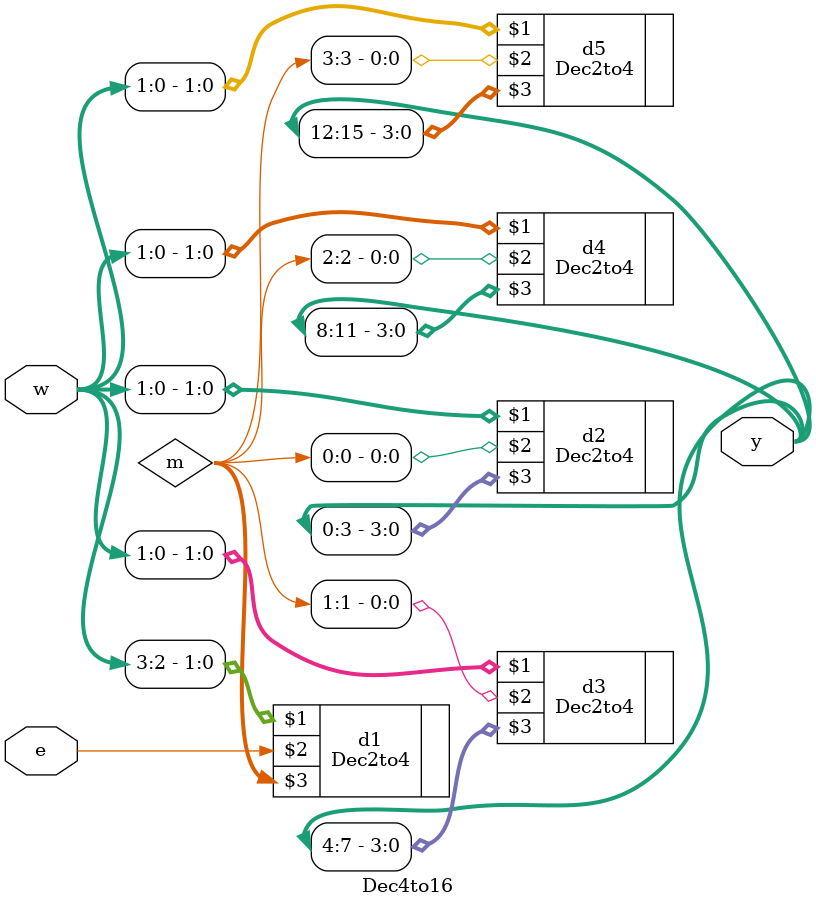
<source format=v>
`include "Dec2to4.v"

module Dec4to16(w, e, y);
input [3:0] w;
input e;
output [0:15] y;
wire [0:3] m;

Dec2to4 d1(w[3:2], e, m[0:3]);
Dec2to4 d2(w[1:0], m[0], y[0:3]);
Dec2to4 d3(w[1:0], m[1], y[4:7]);
Dec2to4 d4(w[1:0], m[2], y[8:11]);
Dec2to4 d5(w[1:0], m[3], y[12:15]);
endmodule
</source>
